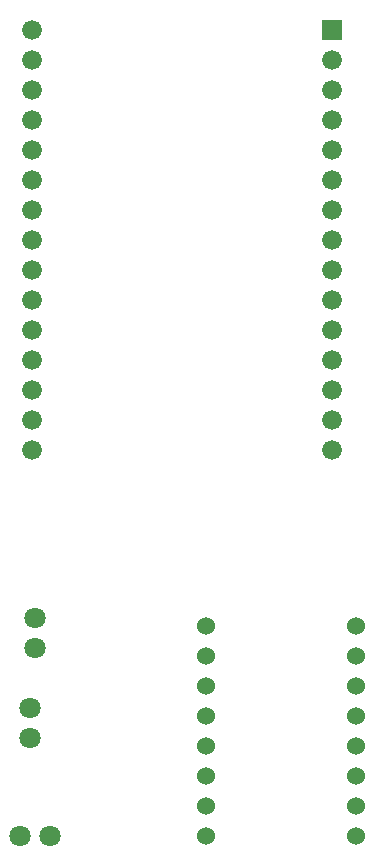
<source format=gbl>
G04 Layer: BottomLayer*
G04 EasyEDA v6.5.42, 2024-03-11 14:09:06*
G04 b8cecfdee2c84d74be12d37f40f4119a,807727dff0ce494184415f470db24245,10*
G04 Gerber Generator version 0.2*
G04 Scale: 100 percent, Rotated: No, Reflected: No *
G04 Dimensions in millimeters *
G04 leading zeros omitted , absolute positions ,4 integer and 5 decimal *
%FSLAX45Y45*%
%MOMM*%

%ADD10C,1.6764*%
%ADD11R,1.6764X1.6764*%
%ADD12C,1.8000*%
%ADD13C,1.5240*%

%LPD*%
D10*
G01*
X1346200Y7289800D03*
G01*
X1346200Y7035800D03*
G01*
X1346200Y6781800D03*
G01*
X1346200Y6527800D03*
G01*
X1346200Y6273800D03*
G01*
X1346200Y6019800D03*
G01*
X1346200Y5765800D03*
G01*
X1346200Y5511800D03*
G01*
X1346200Y5257800D03*
G01*
X1346200Y5003800D03*
G01*
X1346200Y4749800D03*
G01*
X1346200Y4495800D03*
G01*
X1346200Y4241800D03*
G01*
X1346200Y3987800D03*
G01*
X1346200Y3733800D03*
G01*
X3886200Y3733800D03*
G01*
X3886200Y3987800D03*
G01*
X3886200Y4241800D03*
G01*
X3886200Y4495800D03*
G01*
X3886200Y4749800D03*
G01*
X3886200Y5003800D03*
G01*
X3886200Y5257800D03*
G01*
X3886200Y5511800D03*
G01*
X3886200Y5765800D03*
G01*
X3886200Y6019800D03*
G01*
X3886200Y6273800D03*
G01*
X3886200Y6527800D03*
G01*
X3886200Y6781800D03*
G01*
X3886200Y7035800D03*
D11*
G01*
X3886200Y7289800D03*
D12*
G01*
X1371600Y2311400D03*
G01*
X1371600Y2057400D03*
G01*
X1333500Y1549400D03*
G01*
X1333500Y1295400D03*
G01*
X1244600Y469900D03*
G01*
X1498600Y469900D03*
D13*
G01*
X4089400Y1739900D03*
G01*
X4089400Y1993900D03*
G01*
X4089400Y2247900D03*
G01*
X4089400Y1485900D03*
G01*
X4089400Y1231900D03*
G01*
X4089400Y977900D03*
G01*
X4089400Y723900D03*
G01*
X4089400Y469900D03*
G01*
X2819400Y469900D03*
G01*
X2819400Y723900D03*
G01*
X2819400Y977900D03*
G01*
X2819400Y1231900D03*
G01*
X2819400Y1485900D03*
G01*
X2819400Y1739900D03*
G01*
X2819400Y1993900D03*
G01*
X2819400Y2247900D03*
M02*

</source>
